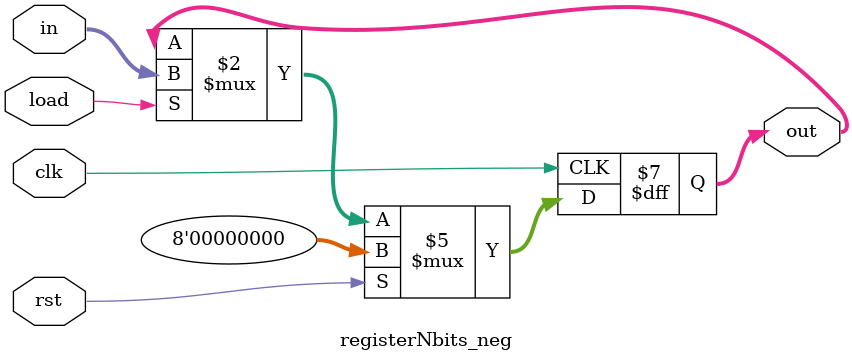
<source format=v>
`timescale 1ns / 1ps

module registerNbits_neg
#(
    parameter N = 8
)(
    input [N-1:0] in,
    input clk, rst, load,
    output reg [N-1:0] out
);

always @(negedge clk) begin
    if(rst)
        out <= 0;
    else if(load)
        out <= in;
end
endmodule

</source>
